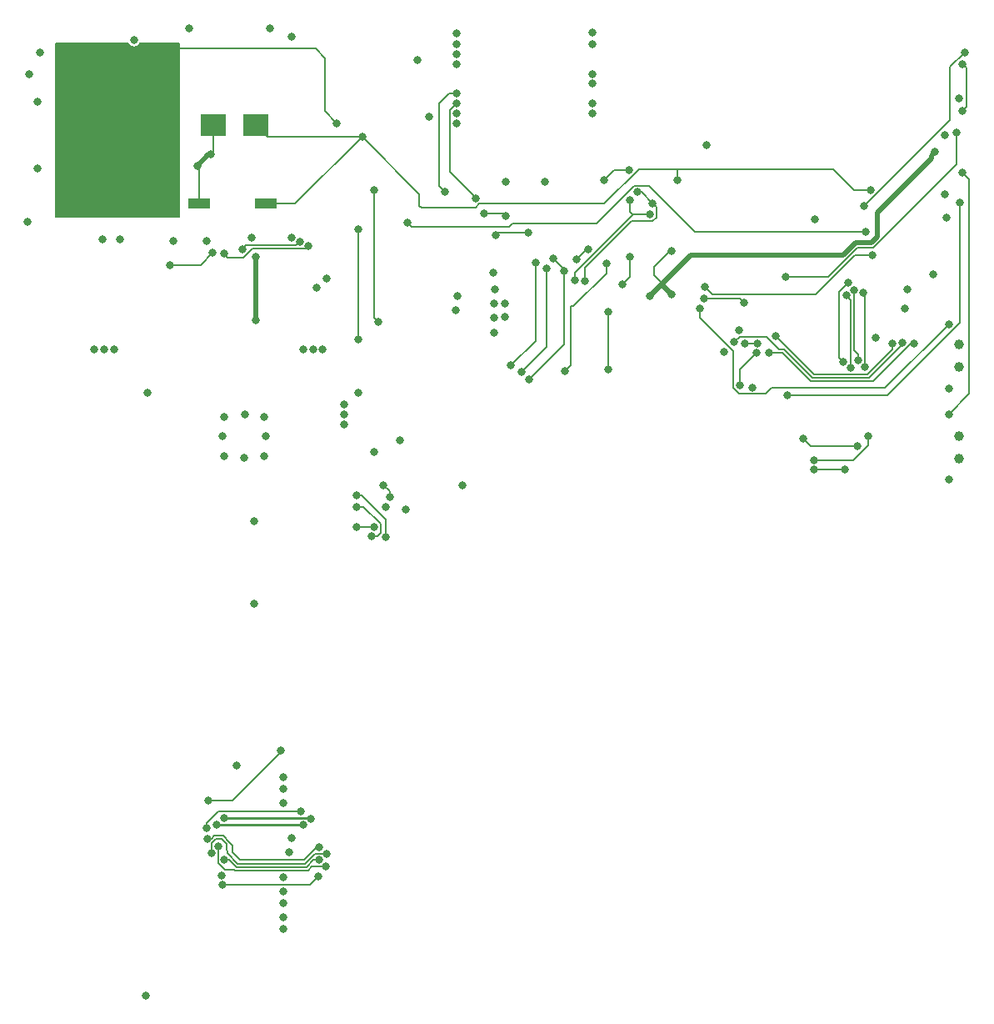
<source format=gbr>
%TF.GenerationSoftware,KiCad,Pcbnew,(5.99.0-8534-g3fcd0860c1)*%
%TF.CreationDate,2021-03-04T23:40:15+01:00*%
%TF.ProjectId,Navi_2_0,4e617669-5f32-45f3-902e-6b696361645f,rev?*%
%TF.SameCoordinates,Original*%
%TF.FileFunction,Copper,L1,Top*%
%TF.FilePolarity,Positive*%
%FSLAX46Y46*%
G04 Gerber Fmt 4.6, Leading zero omitted, Abs format (unit mm)*
G04 Created by KiCad (PCBNEW (5.99.0-8534-g3fcd0860c1)) date 2021-03-04 23:40:15*
%MOMM*%
%LPD*%
G01*
G04 APERTURE LIST*
%TA.AperFunction,SMDPad,CuDef*%
%ADD10R,2.160000X1.120000*%
%TD*%
%TA.AperFunction,SMDPad,CuDef*%
%ADD11R,2.500000X2.300000*%
%TD*%
%TA.AperFunction,SMDPad,CuDef*%
%ADD12C,1.000000*%
%TD*%
%TA.AperFunction,WasherPad*%
%ADD13C,1.000000*%
%TD*%
%TA.AperFunction,ViaPad*%
%ADD14C,0.800000*%
%TD*%
%TA.AperFunction,Conductor*%
%ADD15C,0.200000*%
%TD*%
%TA.AperFunction,Conductor*%
%ADD16C,0.500000*%
%TD*%
%TA.AperFunction,Conductor*%
%ADD17C,0.250000*%
%TD*%
G04 APERTURE END LIST*
D10*
%TO.P,SW3,2,2*%
%TO.N,IO27*%
X68365000Y-49400000D03*
%TO.P,SW3,1,1*%
%TO.N,GND*%
X61635000Y-49400000D03*
%TD*%
D11*
%TO.P,D6,2,A*%
%TO.N,IO27*%
X67350000Y-41400000D03*
%TO.P,D6,1,K*%
%TO.N,GND*%
X63050000Y-41400000D03*
%TD*%
D12*
%TO.P,J8,1,Pin_1*%
%TO.N,Net-(J8-Pad1)*%
X51200000Y-37400000D03*
%TD*%
D13*
%TO.P,SW1,*%
%TO.N,*%
X138850000Y-72950000D03*
X138850000Y-75250000D03*
%TD*%
%TO.P,SW2,*%
%TO.N,*%
X138850000Y-66000000D03*
X138850000Y-63700000D03*
%TD*%
D14*
%TO.N,EINK_SPI_MISO*%
X100000000Y-55000000D03*
%TO.N,I2C_DAT*%
X97600000Y-54952657D03*
%TO.N,EINK_SPI_MISO*%
X101200000Y-54000000D03*
%TO.N,I2C_DAT*%
X104600000Y-57600000D03*
%TO.N,G_INT1*%
X103000000Y-55449990D03*
X98800000Y-66400000D03*
%TO.N,I2C_DAT*%
X105400000Y-54799990D03*
%TO.N,IO27*%
X110200000Y-47000000D03*
%TO.N,UART1_RX*%
X105400000Y-49000000D03*
%TO.N,UART1_TX*%
X106200000Y-48200000D03*
%TO.N,+3V3*%
X109600000Y-54200000D03*
%TO.N,G_INT2*%
X103200000Y-60400000D03*
X103200000Y-66200033D03*
%TO.N,GND*%
X119500000Y-64500000D03*
X117850832Y-68056849D03*
X74200000Y-64169998D03*
X51000000Y-64169998D03*
X56200000Y-129800000D03*
X132100000Y-63600000D03*
X70200000Y-107600000D03*
X70200000Y-123000000D03*
X62400000Y-53200000D03*
X73600000Y-57899958D03*
X80600000Y-80200000D03*
X68800000Y-31600000D03*
X101600000Y-33200000D03*
X87676349Y-60176349D03*
X77800000Y-68600000D03*
X113200000Y-43400000D03*
X71000000Y-32400000D03*
X101600000Y-39200000D03*
X44200000Y-51200000D03*
X70200000Y-117800000D03*
X67000000Y-52800010D03*
X68400000Y-73000000D03*
X120200000Y-62800000D03*
X101600000Y-40200000D03*
X87800000Y-35200000D03*
X44400000Y-36250002D03*
X45200000Y-39000000D03*
X66250000Y-70800000D03*
X87800000Y-32100000D03*
X92700000Y-60900000D03*
X71000000Y-52800010D03*
X96800000Y-47200000D03*
X87800000Y-34200000D03*
X92700000Y-59500000D03*
X45200000Y-45800000D03*
X101600000Y-37200000D03*
X66200000Y-75200000D03*
X115000000Y-64400000D03*
X53000000Y-64169998D03*
X63930354Y-117572599D03*
X136200000Y-56600000D03*
X67200000Y-90000000D03*
X134235242Y-63585242D03*
X56400000Y-68600000D03*
X64200000Y-75000000D03*
X87800000Y-40200000D03*
X58992870Y-53200000D03*
X74581264Y-56950022D03*
X70200000Y-120400000D03*
X45500000Y-34000000D03*
X68200000Y-75000000D03*
X72200000Y-64169998D03*
X137800000Y-68200000D03*
X71000000Y-113800000D03*
X137400000Y-42400000D03*
X130400000Y-63000000D03*
X92800000Y-47200000D03*
X52000000Y-64200000D03*
X116495372Y-62253136D03*
X83800000Y-34800000D03*
X87900000Y-58800000D03*
X64200000Y-71000000D03*
X68200000Y-71000000D03*
X88400000Y-78000000D03*
X64000000Y-73000000D03*
X82599998Y-80400000D03*
X70200000Y-108800000D03*
X73200000Y-64200000D03*
X87800000Y-41200000D03*
X70200000Y-110200000D03*
X60600000Y-31600000D03*
X101600000Y-36200000D03*
X85000000Y-40600000D03*
X137800000Y-77400000D03*
X101600000Y-32000000D03*
X133600000Y-58100000D03*
X79400000Y-74600000D03*
X124200000Y-51000000D03*
X87800000Y-33200000D03*
X65400000Y-106400000D03*
X137600000Y-50800000D03*
X70200000Y-121800000D03*
X55000000Y-32800000D03*
X133350000Y-60052120D03*
X70200000Y-119200000D03*
X138821846Y-38731079D03*
X62800000Y-44400000D03*
X61434314Y-45565686D03*
%TO.N,+BATT*%
X77800000Y-63200000D03*
X77800000Y-52000000D03*
X79169591Y-83121637D03*
X77659620Y-80140380D03*
X127250000Y-76400000D03*
X124150000Y-76400000D03*
%TO.N,+3V3*%
X67200000Y-81600000D03*
X136428311Y-44150000D03*
X51800000Y-53000000D03*
X81000000Y-79200000D03*
X53600000Y-53000000D03*
X79800000Y-61400000D03*
X70800000Y-115200000D03*
X109600000Y-58600000D03*
X80374438Y-77978091D03*
X139220290Y-35192051D03*
X82000000Y-73400000D03*
X79400000Y-48000000D03*
X76400000Y-70800000D03*
X107400000Y-58800000D03*
X76400000Y-69800000D03*
X76400000Y-71800000D03*
X137400000Y-48400000D03*
X139150000Y-40000000D03*
%TO.N,EINK_VCC*%
X69893940Y-104893940D03*
X62600000Y-110000000D03*
%TO.N,Net-(J8-Pad1)*%
X75600000Y-41200000D03*
%TO.N,I2C_DAT*%
X98728703Y-56252668D03*
%TO.N,G_INT2*%
X112500000Y-60000022D03*
X137800000Y-61600000D03*
%TO.N,I2C_DAT*%
X95200000Y-67200000D03*
%TO.N,EINK_SPI_MOSI*%
X73800000Y-116027361D03*
X127378537Y-58700012D03*
X64200000Y-116000000D03*
X127850010Y-66019691D03*
%TO.N,EINK_SPI_CLK*%
X62899999Y-115306048D03*
X127059627Y-65459627D03*
X74563108Y-115377351D03*
X127600000Y-57400000D03*
%TO.N,EINK_~CS*%
X128600000Y-65250010D03*
X63600000Y-114600000D03*
X74482722Y-116687977D03*
X128211527Y-58127019D03*
%TO.N,EINK_DC*%
X73800000Y-114700000D03*
X62459378Y-113859378D03*
%TO.N,EINK_STATE*%
X128550006Y-74005603D03*
X72000000Y-111049990D03*
X123000000Y-73200000D03*
X62400000Y-112800000D03*
%TO.N,SD_DAT1*%
X112900000Y-59000000D03*
X117000000Y-59400000D03*
%TO.N,EINK_VCC_~EN*%
X77600000Y-82200000D03*
X79400000Y-82200000D03*
%TO.N,SD_VCC_nEN*%
X63000000Y-54400000D03*
X58650000Y-55599996D03*
%TO.N,GPS_VCC_nEN*%
X129400000Y-52200000D03*
X82800000Y-51350000D03*
%TO.N,UART1_RX*%
X66000000Y-54000000D03*
X107413050Y-50482450D03*
X71849712Y-53224855D03*
X99805852Y-57150010D03*
%TO.N,UART1_TX*%
X72699420Y-53649710D03*
X100800000Y-57200000D03*
X64128064Y-54471936D03*
X107688146Y-49328429D03*
%TO.N,SD_nDET*%
X121400000Y-68800000D03*
X138900000Y-49300000D03*
%TO.N,+5V*%
X124150000Y-75400000D03*
X129600000Y-73000000D03*
X67407083Y-54792917D03*
X80600000Y-83250010D03*
X67407083Y-61192917D03*
X77600000Y-79000000D03*
%TO.N,ESP_~RST*%
X137800000Y-70800000D03*
X139200000Y-46200000D03*
%TO.N,Net-(C18-Pad1)*%
X91600000Y-59500000D03*
X91600000Y-62500000D03*
X91645595Y-58045595D03*
X91600000Y-60949990D03*
X91476349Y-56376349D03*
%TO.N,EINK_SPI_MISO*%
X73749106Y-117650010D03*
X96950926Y-55936917D03*
X89774633Y-48825367D03*
X94400000Y-66500000D03*
X129300011Y-66000000D03*
X87800000Y-39200000D03*
X129105812Y-58447607D03*
X64010038Y-118519263D03*
%TO.N,EINK_EEPROM_~EN*%
X105284632Y-45965378D03*
X102800000Y-47000000D03*
X90600000Y-50400000D03*
X95807122Y-55392878D03*
X93299996Y-65800000D03*
X92800000Y-50600000D03*
%TO.N,JTAG_TCK*%
X116550820Y-67787626D03*
X118291075Y-64495937D03*
%TO.N,JTAG_TMS*%
X139400000Y-34000000D03*
X115999814Y-63459439D03*
X133075190Y-63505557D03*
X129200000Y-49600000D03*
%TO.N,JTAG_TDO*%
X121200000Y-56800000D03*
X117086355Y-63576192D03*
X118386366Y-63550010D03*
X138600000Y-42200000D03*
%TO.N,Net-(R18-Pad2)*%
X113059620Y-57859620D03*
X95093873Y-52306127D03*
X91800000Y-52600000D03*
X130000000Y-54600000D03*
%TO.N,Net-(R26-Pad2)*%
X87800000Y-38200000D03*
X86600000Y-48200000D03*
%TO.N,Net-(J2-Pad19)*%
X72995107Y-111880069D03*
X64200000Y-111724990D03*
%TO.N,Net-(J2-Pad18)*%
X63400000Y-112400000D03*
X72200000Y-112400000D03*
X63400000Y-112400000D03*
%TO.N,IO27*%
X129850000Y-48000000D03*
X78200000Y-42600000D03*
%TD*%
D15*
%TO.N,GND*%
X63050000Y-41400000D02*
X63050000Y-44150000D01*
X63050000Y-44150000D02*
X62800000Y-44400000D01*
X61635000Y-49400000D02*
X61635000Y-45766372D01*
X61635000Y-45766372D02*
X61434314Y-45565686D01*
%TO.N,IO27*%
X68365000Y-49400000D02*
X71400000Y-49400000D01*
X71400000Y-49400000D02*
X78200000Y-42600000D01*
X67350000Y-41400000D02*
X68550000Y-42600000D01*
X68550000Y-42600000D02*
X78200000Y-42600000D01*
%TO.N,EINK_SPI_MISO*%
X101000000Y-54000000D02*
X100000000Y-55000000D01*
X101200000Y-54000000D02*
X101000000Y-54000000D01*
%TO.N,I2C_DAT*%
X97600000Y-54952657D02*
X98728703Y-56081360D01*
X98728703Y-56081360D02*
X98728703Y-56252668D01*
X105400000Y-54799990D02*
X105400000Y-56800000D01*
X105400000Y-56800000D02*
X104600000Y-57600000D01*
%TO.N,G_INT1*%
X103000000Y-56000000D02*
X103000000Y-55449990D01*
X99657006Y-59800000D02*
X103000000Y-56457006D01*
X99400000Y-59800000D02*
X99657006Y-59800000D01*
X103000000Y-56457006D02*
X103000000Y-56000000D01*
X98800000Y-66400000D02*
X99400000Y-65800000D01*
X99400000Y-65800000D02*
X99400000Y-59800000D01*
%TO.N,IO27*%
X110299980Y-45899980D02*
X126099980Y-45899980D01*
X106300020Y-45899980D02*
X110299980Y-45899980D01*
X110200000Y-47000000D02*
X110200000Y-45999960D01*
X110200000Y-45999960D02*
X110299980Y-45899980D01*
%TO.N,UART1_RX*%
X105400000Y-49000000D02*
X105400000Y-50200000D01*
X105400000Y-50200000D02*
X105682450Y-50482450D01*
X105682450Y-50482450D02*
X107413050Y-50482450D01*
%TO.N,UART1_TX*%
X106200000Y-48200000D02*
X106559717Y-48200000D01*
X106559717Y-48200000D02*
X107688146Y-49328429D01*
%TO.N,GPS_VCC_nEN*%
X82800000Y-51350000D02*
X83199999Y-51749999D01*
X83199999Y-51749999D02*
X93106995Y-51749999D01*
X93106995Y-51749999D02*
X93456981Y-51400013D01*
X105852504Y-47547496D02*
X107342490Y-47547496D01*
X93456981Y-51400013D02*
X101999987Y-51400013D01*
X101999987Y-51400013D02*
X105852504Y-47547496D01*
%TO.N,IO27*%
X78200000Y-42600000D02*
X84000000Y-48400000D01*
X84200000Y-49800000D02*
X89705012Y-49800000D01*
X84000000Y-48400000D02*
X84000000Y-49600000D01*
X84000000Y-49600000D02*
X84200000Y-49800000D01*
X89705012Y-49800000D02*
X90105023Y-49399989D01*
X90105023Y-49399989D02*
X102800011Y-49399989D01*
X102800011Y-49399989D02*
X106300020Y-45899980D01*
X126099980Y-45899980D02*
X128200000Y-48000000D01*
X128200000Y-48000000D02*
X129850000Y-48000000D01*
%TO.N,GPS_VCC_nEN*%
X107342490Y-47547496D02*
X107397497Y-47602503D01*
X107342490Y-47547496D02*
X111994994Y-52200000D01*
X111994994Y-52200000D02*
X129400000Y-52200000D01*
D16*
%TO.N,+3V3*%
X111600000Y-54600000D02*
X108700000Y-57500000D01*
X108700000Y-57500000D02*
X108500000Y-57700000D01*
D15*
X107849989Y-55787984D02*
X107849989Y-56649989D01*
X109600000Y-54200000D02*
X109437973Y-54200000D01*
X109437973Y-54200000D02*
X107849989Y-55787984D01*
X107849989Y-56649989D02*
X108700000Y-57500000D01*
%TO.N,G_INT2*%
X103200000Y-66200033D02*
X103200000Y-60400000D01*
%TO.N,GND*%
X130100000Y-67400000D02*
X133914758Y-63585242D01*
X124099978Y-66699978D02*
X129565707Y-66699978D01*
X120900000Y-64500000D02*
X123800000Y-67400000D01*
X129565707Y-66699978D02*
X132100000Y-64165685D01*
D16*
X62600000Y-44400000D02*
X61434314Y-45565686D01*
X62800000Y-44400000D02*
X62600000Y-44400000D01*
D15*
X123800000Y-67400000D02*
X130100000Y-67400000D01*
X119500000Y-64500000D02*
X120900000Y-64500000D01*
X120200000Y-62800000D02*
X124099978Y-66699978D01*
X133914758Y-63585242D02*
X134235242Y-63585242D01*
X132100000Y-64165685D02*
X132100000Y-63600000D01*
%TO.N,+BATT*%
X80050001Y-81887999D02*
X78302382Y-80140380D01*
X78302382Y-80140380D02*
X77659620Y-80140380D01*
X79735276Y-83121637D02*
X80050001Y-82806912D01*
X80050001Y-82806912D02*
X80050001Y-81887999D01*
X127250000Y-76400000D02*
X124150000Y-76400000D01*
X79169591Y-83121637D02*
X79735276Y-83121637D01*
X77800000Y-63200000D02*
X77800000Y-52000000D01*
D16*
%TO.N,+3V3*%
X136028312Y-44805700D02*
X130550011Y-50284001D01*
X130550011Y-50284001D02*
X130550011Y-52719113D01*
X109600000Y-58600000D02*
X108700000Y-57700000D01*
D15*
X139600000Y-35571761D02*
X139220290Y-35192051D01*
D16*
X130550011Y-52719113D02*
X129919112Y-53350012D01*
X129919112Y-53350012D02*
X128319112Y-53350012D01*
D15*
X139600000Y-39550000D02*
X139600000Y-35571761D01*
D16*
X127069124Y-54600000D02*
X111600000Y-54600000D01*
D15*
X81000000Y-79200000D02*
X81000000Y-78603653D01*
D16*
X108500000Y-57700000D02*
X107400000Y-58800000D01*
D15*
X81000000Y-78603653D02*
X80374438Y-77978091D01*
X79400000Y-61000000D02*
X79800000Y-61400000D01*
X139150000Y-40000000D02*
X139600000Y-39550000D01*
D16*
X108700000Y-57700000D02*
X108500000Y-57700000D01*
X136028312Y-44549999D02*
X136028312Y-44805700D01*
D15*
X79400000Y-48000000D02*
X79400000Y-61000000D01*
D16*
X128319112Y-53350012D02*
X127069124Y-54600000D01*
X136428311Y-44150000D02*
X136028312Y-44549999D01*
D15*
%TO.N,EINK_VCC*%
X65000000Y-110000000D02*
X69893940Y-105106060D01*
X69893940Y-105106060D02*
X69893940Y-104893940D01*
X62600000Y-110000000D02*
X65000000Y-110000000D01*
%TO.N,Net-(J8-Pad1)*%
X71649990Y-33649990D02*
X73449990Y-33649990D01*
X55149999Y-34250001D02*
X55800000Y-33600000D01*
X54349999Y-34250001D02*
X51200000Y-37400000D01*
X71600000Y-33600000D02*
X71649990Y-33649990D01*
X54349999Y-34250001D02*
X55149999Y-34250001D01*
X73449990Y-33649990D02*
X74400000Y-34600000D01*
X55800000Y-33600000D02*
X71600000Y-33600000D01*
X74400000Y-34600000D02*
X74400000Y-40000000D01*
X74400000Y-40000000D02*
X75600000Y-41200000D01*
%TO.N,G_INT2*%
X119193150Y-68706850D02*
X119800000Y-68100000D01*
X115900818Y-68099628D02*
X116508040Y-68706850D01*
X131300000Y-68100000D02*
X137800000Y-61600000D01*
X112500000Y-60965685D02*
X115900818Y-64366503D01*
X115900818Y-64366503D02*
X115900818Y-68099628D01*
X116508040Y-68706850D02*
X119193150Y-68706850D01*
%TO.N,I2C_DAT*%
X98728703Y-63671297D02*
X95200000Y-67200000D01*
X98728703Y-56252668D02*
X98728703Y-63671297D01*
%TO.N,G_INT2*%
X112500000Y-60000022D02*
X112500000Y-60965685D01*
X119800000Y-68100000D02*
X131300000Y-68100000D01*
%TO.N,EINK_SPI_MOSI*%
X64200000Y-116000000D02*
X64667012Y-116000000D01*
X127850010Y-59171485D02*
X127378537Y-58700012D01*
X73267629Y-116027361D02*
X73800000Y-116027361D01*
X65417022Y-116750010D02*
X72544979Y-116750011D01*
X64667012Y-116000000D02*
X65417022Y-116750010D01*
X127850010Y-66019691D02*
X127850010Y-59171485D01*
X72544979Y-116750011D02*
X73267629Y-116027361D01*
%TO.N,EINK_SPI_CLK*%
X64512001Y-115349999D02*
X65562002Y-116400000D01*
X64512001Y-115112001D02*
X64512001Y-115349999D01*
X63918998Y-113918998D02*
X64400000Y-114400000D01*
X62899999Y-114337997D02*
X63318998Y-113918998D01*
X126659628Y-65059628D02*
X126659628Y-58340372D01*
X72400000Y-116400000D02*
X73422649Y-115377351D01*
X65562002Y-116400000D02*
X72400000Y-116400000D01*
X62899999Y-115306048D02*
X62899999Y-114337997D01*
X126659628Y-58340372D02*
X127600000Y-57400000D01*
X73422649Y-115377351D02*
X74563108Y-115377351D01*
X63318998Y-113918998D02*
X63918998Y-113918998D01*
X127059627Y-65459627D02*
X126659628Y-65059628D01*
X64400000Y-114400000D02*
X64400000Y-115000000D01*
X64400000Y-115000000D02*
X64512001Y-115112001D01*
%TO.N,EINK_~CS*%
X63600000Y-114600000D02*
X63549999Y-114650001D01*
X128600000Y-65250010D02*
X128600000Y-64684325D01*
X64237998Y-117000000D02*
X65172022Y-117000000D01*
X128211527Y-64295852D02*
X128211527Y-58127019D01*
X128600000Y-64684325D02*
X128211527Y-64295852D01*
X65272042Y-117100020D02*
X72689957Y-117100021D01*
X63549999Y-116312001D02*
X64237998Y-117000000D01*
X63549999Y-114650001D02*
X63549999Y-116312001D01*
X65172022Y-117000000D02*
X65272042Y-117100020D01*
X72689957Y-117100021D02*
X73102001Y-116687977D01*
X73102001Y-116687977D02*
X74482722Y-116687977D01*
%TO.N,EINK_DC*%
X62459378Y-113859378D02*
X62883630Y-113859378D01*
X64063978Y-113568990D02*
X64694977Y-114199989D01*
X64063976Y-113568988D02*
X64063978Y-113568990D01*
X65028495Y-115228495D02*
X65800000Y-116000000D01*
X72305012Y-116000000D02*
X73605012Y-114700000D01*
X73605012Y-114700000D02*
X73800000Y-114700000D01*
X63174020Y-113568988D02*
X64063976Y-113568988D01*
X65028495Y-114533507D02*
X65028495Y-115228495D01*
X64694977Y-114199989D02*
X65028495Y-114533507D01*
X65800000Y-116000000D02*
X72305012Y-116000000D01*
X62883630Y-113859378D02*
X63174020Y-113568988D01*
%TO.N,EINK_STATE*%
X123805603Y-74005603D02*
X128550006Y-74005603D01*
X64674989Y-111074989D02*
X64699988Y-111049990D01*
X63559326Y-111074989D02*
X64674989Y-111074989D01*
X123000000Y-73200000D02*
X123805603Y-74005603D01*
X62400000Y-112800000D02*
X62400000Y-112234315D01*
X62400000Y-112234315D02*
X63559326Y-111074989D01*
X64699988Y-111049990D02*
X72000000Y-111049990D01*
%TO.N,SD_DAT1*%
X117000000Y-59400000D02*
X116600000Y-59000000D01*
X116600000Y-59000000D02*
X112900000Y-59000000D01*
%TO.N,EINK_VCC_~EN*%
X79400000Y-82200000D02*
X77600000Y-82200000D01*
%TO.N,SD_VCC_nEN*%
X61800004Y-55599996D02*
X58650000Y-55599996D01*
X63000000Y-54400000D02*
X61800004Y-55599996D01*
%TO.N,UART1_RX*%
X71849712Y-53224855D02*
X71449713Y-53624854D01*
X66375146Y-53624854D02*
X66000000Y-54000000D01*
X71449713Y-53624854D02*
X66375146Y-53624854D01*
X99805852Y-56393496D02*
X99805852Y-57150010D01*
X105716898Y-50482450D02*
X99805852Y-56393496D01*
X107413050Y-50482450D02*
X105716898Y-50482450D01*
%TO.N,UART1_TX*%
X67025136Y-53974864D02*
X72374266Y-53974864D01*
X105561886Y-51132452D02*
X107725052Y-51132452D01*
X64128064Y-54471936D02*
X64528063Y-54871935D01*
X100800000Y-55894338D02*
X105561886Y-51132452D01*
X64528063Y-54871935D02*
X66128065Y-54871935D01*
X66128065Y-54871935D02*
X67025136Y-53974864D01*
X108088145Y-49728428D02*
X107688146Y-49328429D01*
X100800000Y-57200000D02*
X100800000Y-55894338D01*
X107725052Y-51132452D02*
X108088145Y-50769359D01*
X108088145Y-50769359D02*
X108088145Y-49728428D01*
X72374266Y-53974864D02*
X72699420Y-53649710D01*
%TO.N,SD_nDET*%
X138900000Y-61462002D02*
X131562002Y-68800000D01*
X138900000Y-49300000D02*
X138900000Y-61462002D01*
X131562002Y-68800000D02*
X121400000Y-68800000D01*
%TO.N,+5V*%
X129600000Y-73917611D02*
X128117611Y-75400000D01*
X80600000Y-81434315D02*
X80600000Y-83250010D01*
X128117611Y-75400000D02*
X124150000Y-75400000D01*
X78165685Y-79000000D02*
X80600000Y-81434315D01*
X129600000Y-73000000D02*
X129600000Y-73917611D01*
X77600000Y-79000000D02*
X78165685Y-79000000D01*
D16*
X67407083Y-61192917D02*
X67407083Y-54792917D01*
D15*
%TO.N,ESP_~RST*%
X137800000Y-70800000D02*
X139900001Y-68699999D01*
X139900001Y-68699999D02*
X139900001Y-46900001D01*
X139900001Y-46900001D02*
X139200000Y-46200000D01*
%TO.N,EINK_SPI_MISO*%
X129300011Y-58641806D02*
X129105812Y-58447607D01*
X96950926Y-63949074D02*
X94400000Y-66500000D01*
X87149999Y-46149999D02*
X89774633Y-48774633D01*
X73749106Y-117650010D02*
X72879853Y-118519263D01*
X87800000Y-39200000D02*
X87149999Y-39850001D01*
X96950926Y-55936917D02*
X96950926Y-63949074D01*
X89774633Y-48774633D02*
X89774633Y-48825367D01*
X87149999Y-39850001D02*
X87149999Y-46149999D01*
X129300011Y-66000000D02*
X129300011Y-58641806D01*
X72879853Y-118519263D02*
X64010038Y-118519263D01*
%TO.N,EINK_EEPROM_~EN*%
X95807122Y-63292874D02*
X93299996Y-65800000D01*
X103834622Y-45965378D02*
X105284632Y-45965378D01*
X102800000Y-47000000D02*
X103834622Y-45965378D01*
X95807122Y-55392878D02*
X95807122Y-63292874D01*
X90600000Y-50400000D02*
X92600000Y-50400000D01*
X92600000Y-50400000D02*
X92800000Y-50600000D01*
%TO.N,JTAG_TCK*%
X116550820Y-67787626D02*
X116550820Y-66236192D01*
X116550820Y-66236192D02*
X118291075Y-64495937D01*
%TO.N,JTAG_TMS*%
X129730758Y-67049989D02*
X133075190Y-63705557D01*
X129599999Y-49200001D02*
X129200000Y-49600000D01*
X123944979Y-67049989D02*
X129730758Y-67049989D01*
X115999814Y-63459439D02*
X116559253Y-62900000D01*
X119294990Y-62900000D02*
X120544979Y-64149989D01*
X121044980Y-64149990D02*
X123944979Y-67049989D01*
X133075190Y-63705557D02*
X133075190Y-63505557D01*
X120544979Y-64149989D02*
X121044980Y-64149990D01*
X137904699Y-35495301D02*
X137904699Y-40895301D01*
X139400000Y-34000000D02*
X137904699Y-35495301D01*
X116559253Y-62900000D02*
X119294990Y-62900000D01*
X137904699Y-40895301D02*
X129599999Y-49200001D01*
%TO.N,JTAG_TDO*%
X125576246Y-56800000D02*
X121200000Y-56800000D01*
X118360184Y-63576192D02*
X118386366Y-63550010D01*
X138600000Y-45376246D02*
X130126223Y-53850023D01*
X138600000Y-42200000D02*
X138600000Y-45376246D01*
X128526226Y-53850023D02*
X125576246Y-56800000D01*
X117086355Y-63576192D02*
X118360184Y-63576192D01*
X130126223Y-53850023D02*
X128526226Y-53850023D01*
%TO.N,Net-(R18-Pad2)*%
X128271237Y-54600000D02*
X125471237Y-57400000D01*
X124271237Y-58600000D02*
X117400000Y-58600000D01*
X113800000Y-58600000D02*
X113059620Y-57859620D01*
X95093873Y-52306127D02*
X92093873Y-52306127D01*
X130000000Y-54600000D02*
X128271237Y-54600000D01*
X92093873Y-52306127D02*
X91800000Y-52600000D01*
X117400000Y-58600000D02*
X113800000Y-58600000D01*
X125471237Y-57400000D02*
X124271237Y-58600000D01*
%TO.N,Net-(R26-Pad2)*%
X87800000Y-38200000D02*
X87000000Y-38200000D01*
X86000000Y-39200000D02*
X86000000Y-47600000D01*
X87000000Y-38200000D02*
X86000000Y-39200000D01*
X86000000Y-47600000D02*
X86600000Y-48200000D01*
D17*
%TO.N,Net-(J2-Pad19)*%
X72840028Y-111724990D02*
X72995107Y-111880069D01*
X64200000Y-111724990D02*
X72840028Y-111724990D01*
%TO.N,Net-(J2-Pad18)*%
X63400000Y-112400000D02*
X72200000Y-112400000D01*
%TD*%
%TA.AperFunction,Conductor*%
%TO.N,Net-(J8-Pad1)*%
G36*
X54425276Y-33040002D02*
G01*
X54466330Y-33089125D01*
X54468333Y-33087969D01*
X54472461Y-33095119D01*
X54475622Y-33102750D01*
X54571847Y-33228153D01*
X54697250Y-33324378D01*
X54843285Y-33384868D01*
X55000000Y-33405500D01*
X55008188Y-33404422D01*
X55148527Y-33385946D01*
X55156715Y-33384868D01*
X55302750Y-33324378D01*
X55428153Y-33228153D01*
X55524378Y-33102750D01*
X55527539Y-33095119D01*
X55531667Y-33087969D01*
X55533493Y-33089023D01*
X55570988Y-33042499D01*
X55642845Y-33020000D01*
X59564000Y-33020000D01*
X59632121Y-33040002D01*
X59678614Y-33093658D01*
X59690000Y-33146000D01*
X59690000Y-50674000D01*
X59669998Y-50742121D01*
X59616342Y-50788614D01*
X59564000Y-50800000D01*
X47116000Y-50800000D01*
X47047879Y-50779998D01*
X47001386Y-50726342D01*
X46990000Y-50674000D01*
X46990000Y-33146000D01*
X47010002Y-33077879D01*
X47063658Y-33031386D01*
X47116000Y-33020000D01*
X54357155Y-33020000D01*
X54425276Y-33040002D01*
G37*
%TD.AperFunction*%
%TD*%
M02*

</source>
